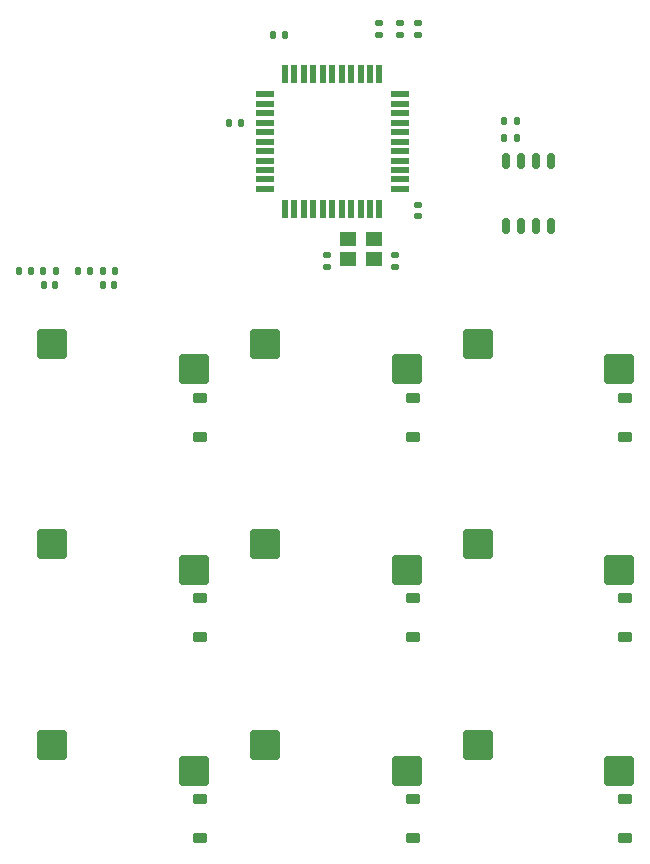
<source format=gbr>
%TF.GenerationSoftware,KiCad,Pcbnew,8.0.3*%
%TF.CreationDate,2024-08-13T15:55:55-04:00*%
%TF.ProjectId,MACROPAD,4d414352-4f50-4414-942e-6b696361645f,rev?*%
%TF.SameCoordinates,Original*%
%TF.FileFunction,Paste,Bot*%
%TF.FilePolarity,Positive*%
%FSLAX46Y46*%
G04 Gerber Fmt 4.6, Leading zero omitted, Abs format (unit mm)*
G04 Created by KiCad (PCBNEW 8.0.3) date 2024-08-13 15:55:55*
%MOMM*%
%LPD*%
G01*
G04 APERTURE LIST*
G04 Aperture macros list*
%AMRoundRect*
0 Rectangle with rounded corners*
0 $1 Rounding radius*
0 $2 $3 $4 $5 $6 $7 $8 $9 X,Y pos of 4 corners*
0 Add a 4 corners polygon primitive as box body*
4,1,4,$2,$3,$4,$5,$6,$7,$8,$9,$2,$3,0*
0 Add four circle primitives for the rounded corners*
1,1,$1+$1,$2,$3*
1,1,$1+$1,$4,$5*
1,1,$1+$1,$6,$7*
1,1,$1+$1,$8,$9*
0 Add four rect primitives between the rounded corners*
20,1,$1+$1,$2,$3,$4,$5,0*
20,1,$1+$1,$4,$5,$6,$7,0*
20,1,$1+$1,$6,$7,$8,$9,0*
20,1,$1+$1,$8,$9,$2,$3,0*%
G04 Aperture macros list end*
%ADD10RoundRect,0.135000X0.135000X0.185000X-0.135000X0.185000X-0.135000X-0.185000X0.135000X-0.185000X0*%
%ADD11RoundRect,0.250000X-1.025000X-1.000000X1.025000X-1.000000X1.025000X1.000000X-1.025000X1.000000X0*%
%ADD12RoundRect,0.140000X0.170000X-0.140000X0.170000X0.140000X-0.170000X0.140000X-0.170000X-0.140000X0*%
%ADD13RoundRect,0.225000X0.375000X-0.225000X0.375000X0.225000X-0.375000X0.225000X-0.375000X-0.225000X0*%
%ADD14R,0.550000X1.500000*%
%ADD15R,1.500000X0.550000*%
%ADD16RoundRect,0.135000X-0.135000X-0.185000X0.135000X-0.185000X0.135000X0.185000X-0.135000X0.185000X0*%
%ADD17RoundRect,0.140000X-0.140000X-0.170000X0.140000X-0.170000X0.140000X0.170000X-0.140000X0.170000X0*%
%ADD18RoundRect,0.140000X-0.170000X0.140000X-0.170000X-0.140000X0.170000X-0.140000X0.170000X0.140000X0*%
%ADD19R,1.400000X1.200000*%
%ADD20RoundRect,0.150000X0.150000X-0.500000X0.150000X0.500000X-0.150000X0.500000X-0.150000X-0.500000X0*%
G04 APERTURE END LIST*
D10*
%TO.C,R7*%
X136650000Y-59012500D03*
X135630000Y-59012500D03*
%TD*%
D11*
%TO.C,S1*%
X120650000Y-77700000D03*
X132650000Y-79900000D03*
%TD*%
%TO.C,S3*%
X168650000Y-79900000D03*
X156650000Y-77700000D03*
%TD*%
%TO.C,S8*%
X150650000Y-113900000D03*
X138650000Y-111700000D03*
%TD*%
%TO.C,S9*%
X168650000Y-113900000D03*
X156650000Y-111700000D03*
%TD*%
%TO.C,S5*%
X150650000Y-96900000D03*
X138650000Y-94700000D03*
%TD*%
%TO.C,S4*%
X132650000Y-96900000D03*
X120650000Y-94700000D03*
%TD*%
%TO.C,S6*%
X156650000Y-94700000D03*
X168650000Y-96900000D03*
%TD*%
%TO.C,S7*%
X132650000Y-113900000D03*
X120650000Y-111700000D03*
%TD*%
D12*
%TO.C,C1*%
X151650000Y-50582500D03*
X151650000Y-51542500D03*
%TD*%
D13*
%TO.C,D5*%
X151150000Y-102575000D03*
X151150000Y-99275000D03*
%TD*%
%TO.C,D1*%
X133150000Y-85575000D03*
X133150000Y-82275000D03*
%TD*%
D12*
%TO.C,C2*%
X150050000Y-50582500D03*
X150050000Y-51542500D03*
%TD*%
D14*
%TO.C,U3*%
X148350000Y-54912500D03*
X147550000Y-54912500D03*
X146750000Y-54912500D03*
X145950000Y-54912500D03*
X145150000Y-54912500D03*
X144350000Y-54912500D03*
X143550000Y-54912500D03*
X142750000Y-54912500D03*
X141950000Y-54912500D03*
X141150000Y-54912500D03*
X140350000Y-54912500D03*
D15*
X138650000Y-56612500D03*
X138650000Y-57412500D03*
X138650000Y-58212500D03*
X138650000Y-59012500D03*
X138650000Y-59812500D03*
X138650000Y-60612500D03*
X138650000Y-61412500D03*
X138650000Y-62212500D03*
X138650000Y-63012500D03*
X138650000Y-63812500D03*
X138650000Y-64612500D03*
D14*
X140350000Y-66312500D03*
X141150000Y-66312500D03*
X141950000Y-66312500D03*
X142750000Y-66312500D03*
X143550000Y-66312500D03*
X144350000Y-66312500D03*
X145150000Y-66312500D03*
X145950000Y-66312500D03*
X146750000Y-66312500D03*
X147550000Y-66312500D03*
X148350000Y-66312500D03*
D15*
X150050000Y-64612500D03*
X150050000Y-63812500D03*
X150050000Y-63012500D03*
X150050000Y-62212500D03*
X150050000Y-61412500D03*
X150050000Y-60612500D03*
X150050000Y-59812500D03*
X150050000Y-59012500D03*
X150050000Y-58212500D03*
X150050000Y-57412500D03*
X150050000Y-56612500D03*
%TD*%
D16*
%TO.C,R6*%
X122800000Y-71602500D03*
X123820000Y-71602500D03*
%TD*%
D10*
%TO.C,R3*%
X158930000Y-58882500D03*
X159950000Y-58882500D03*
%TD*%
D16*
%TO.C,R2*%
X158930000Y-60322500D03*
X159950000Y-60322500D03*
%TD*%
%TO.C,R8*%
X117800000Y-71602500D03*
X118820000Y-71602500D03*
%TD*%
D13*
%TO.C,D6*%
X169150000Y-102575000D03*
X169150000Y-99275000D03*
%TD*%
D17*
%TO.C,C7*%
X119950000Y-72712500D03*
X120910000Y-72712500D03*
%TD*%
D13*
%TO.C,D3*%
X169150000Y-85575000D03*
X169150000Y-82275000D03*
%TD*%
%TO.C,D4*%
X133150000Y-102575000D03*
X133150000Y-99275000D03*
%TD*%
%TO.C,D2*%
X151150000Y-85575000D03*
X151150000Y-82275000D03*
%TD*%
D18*
%TO.C,C4*%
X151650000Y-65932500D03*
X151650000Y-66892500D03*
%TD*%
D13*
%TO.C,D9*%
X169150000Y-119575000D03*
X169150000Y-116275000D03*
%TD*%
D12*
%TO.C,C6*%
X149650000Y-70222500D03*
X149650000Y-71182500D03*
%TD*%
D17*
%TO.C,C9*%
X124950000Y-72712500D03*
X125910000Y-72712500D03*
%TD*%
D12*
%TO.C,C3*%
X148350000Y-50602500D03*
X148350000Y-51562500D03*
%TD*%
D13*
%TO.C,D8*%
X151150000Y-119575000D03*
X151150000Y-116275000D03*
%TD*%
D16*
%TO.C,R9*%
X125920000Y-71602500D03*
X124900000Y-71602500D03*
%TD*%
%TO.C,R1*%
X140360000Y-51612500D03*
X139340000Y-51612500D03*
%TD*%
D10*
%TO.C,R10*%
X119900000Y-71602500D03*
X120920000Y-71602500D03*
%TD*%
D19*
%TO.C,Y1*%
X147890000Y-68812500D03*
X145690000Y-68812500D03*
X145690000Y-70512500D03*
X147890000Y-70512500D03*
%TD*%
D18*
%TO.C,C5*%
X143930000Y-71182500D03*
X143930000Y-70222500D03*
%TD*%
D13*
%TO.C,D7*%
X133150000Y-119575000D03*
X133150000Y-116275000D03*
%TD*%
D20*
%TO.C,U1*%
X162837500Y-67722500D03*
X161567500Y-67722500D03*
X160297500Y-67722500D03*
X159027500Y-67722500D03*
X159027500Y-62222500D03*
X160297500Y-62222500D03*
X161567500Y-62222500D03*
X162837500Y-62222500D03*
%TD*%
D11*
%TO.C,S2*%
X150650000Y-79900000D03*
X138650000Y-77700000D03*
%TD*%
M02*

</source>
